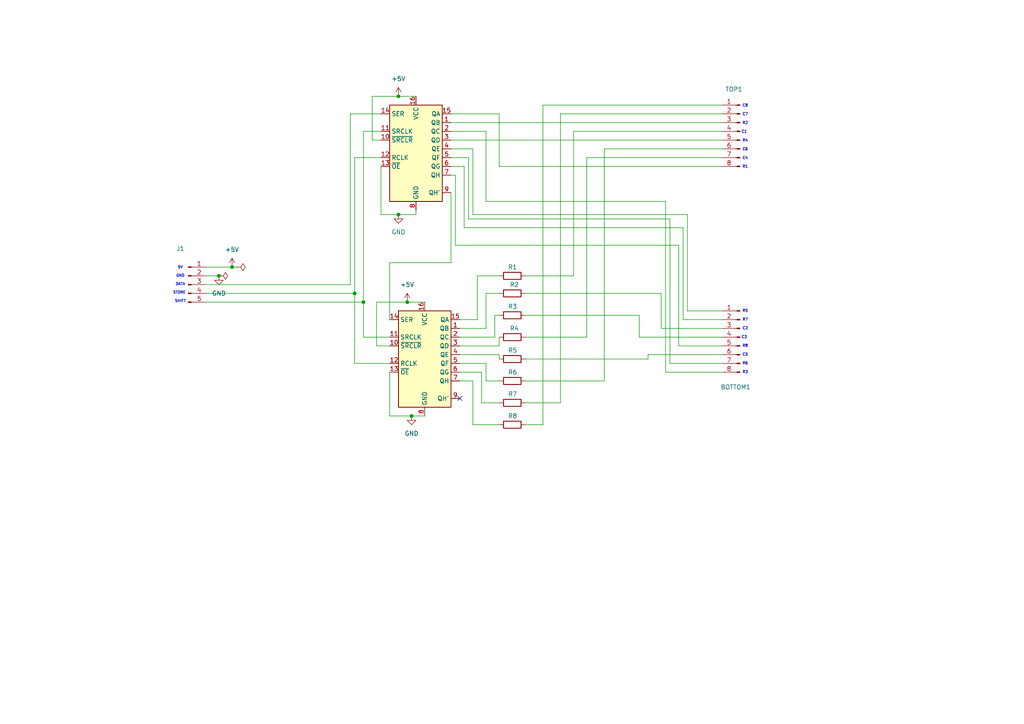
<source format=kicad_sch>
(kicad_sch (version 20231120) (generator "eeschema") (generator_version "8.0")
  (paper "A4")
  (lib_symbols
    (symbol "74xx:74HC595"
      (property "Reference" "U" (at -7.62 13.97 0))
      (property "Value" "74HC595" (at -7.62 -16.51 0))
      (symbol "74HC595_1_0"
        (pin tri_state line (at 10.16 7.62 180) (length 2.54) (name "QB") (number "1"))
        (pin input line (at -10.16 2.54 0) (length 2.54) (name "~{SRCLR}") (number "10"))
        (pin input line (at -10.16 5.08 0) (length 2.54) (name "SRCLK") (number "11"))
        (pin input line (at -10.16 -2.54 0) (length 2.54) (name "RCLK") (number "12"))
        (pin input line (at -10.16 -5.08 0) (length 2.54) (name "~{OE}") (number "13"))
        (pin input line (at -10.16 10.16 0) (length 2.54) (name "SER") (number "14"))
        (pin tri_state line (at 10.16 10.16 180) (length 2.54) (name "QA") (number "15"))
        (pin power_in line (at 0 15.24 270) (length 2.54) (name "VCC") (number "16"))
        (pin tri_state line (at 10.16 5.08 180) (length 2.54) (name "QC") (number "2"))
        (pin tri_state line (at 10.16 2.54 180) (length 2.54) (name "QD") (number "3"))
        (pin tri_state line (at 10.16 0 180) (length 2.54) (name "QE") (number "4"))
        (pin tri_state line (at 10.16 -2.54 180) (length 2.54) (name "QF") (number "5"))
        (pin tri_state line (at 10.16 -5.08 180) (length 2.54) (name "QG") (number "6"))
        (pin tri_state line (at 10.16 -7.62 180) (length 2.54) (name "QH") (number "7"))
        (pin power_in line (at 0 -17.78 90) (length 2.54) (name "GND") (number "8"))
        (pin output line (at 10.16 -12.7 180) (length 2.54) (name "QH'") (number "9"))
      )
      (symbol "74HC595_1_1"
        (rectangle (start -7.62 12.7) (end 7.62 -15.24) (stroke (width 0.254)) (fill (type background)))
      )
    )
    (symbol "Connector:Conn_01x05_Pin" (pin_names (offset 1.016) hide)
      (property "Reference" "J" (at 0 7.62 0))
      (property "Value" "Conn_01x05_Pin" (at 0 -7.62 0))
      (symbol "Conn_01x05_Pin_1_1"
        (polyline (pts (xy 1.27 -5.08) (xy 0.8636 -5.08)) (stroke (width 0.1524)))
        (polyline (pts (xy 1.27 -2.54) (xy 0.8636 -2.54)) (stroke (width 0.1524)))
        (polyline (pts (xy 1.27 0) (xy 0.8636 0)) (stroke (width 0.1524)))
        (polyline (pts (xy 1.27 2.54) (xy 0.8636 2.54)) (stroke (width 0.1524)))
        (polyline (pts (xy 1.27 5.08) (xy 0.8636 5.08)) (stroke (width 0.1524)))
        (rectangle (start 0.8636 -4.953) (end 0 -5.207) (stroke (width 0.1524)) (fill (type outline)))
        (rectangle (start 0.8636 -2.413) (end 0 -2.667) (stroke (width 0.1524)) (fill (type outline)))
        (rectangle (start 0.8636 0.127) (end 0 -0.127) (stroke (width 0.1524)) (fill (type outline)))
        (rectangle (start 0.8636 2.667) (end 0 2.413) (stroke (width 0.1524)) (fill (type outline)))
        (rectangle (start 0.8636 5.207) (end 0 4.953) (stroke (width 0.1524)) (fill (type outline)))
        (pin passive line (at 5.08 5.08 180) (length 3.81) (name "Pin_1") (number "1"))
        (pin passive line (at 5.08 2.54 180) (length 3.81) (name "Pin_2") (number "2"))
        (pin passive line (at 5.08 0 180) (length 3.81) (name "Pin_3") (number "3"))
        (pin passive line (at 5.08 -2.54 180) (length 3.81) (name "Pin_4") (number "4"))
        (pin passive line (at 5.08 -5.08 180) (length 3.81) (name "Pin_5") (number "5"))
      )
    )
    (symbol "Connector:Conn_01x08_Pin" (pin_names (offset 1.016) hide)
      (property "Reference" "J" (at 0 10.16 0))
      (property "Value" "Conn_01x08_Pin" (at 0 -12.7 0))
      (symbol "Conn_01x08_Pin_1_1"
        (polyline (pts (xy 1.27 -10.16) (xy 0.8636 -10.16)) (stroke (width 0.1524)))
        (polyline (pts (xy 1.27 -7.62) (xy 0.8636 -7.62)) (stroke (width 0.1524)))
        (polyline (pts (xy 1.27 -5.08) (xy 0.8636 -5.08)) (stroke (width 0.1524)))
        (polyline (pts (xy 1.27 -2.54) (xy 0.8636 -2.54)) (stroke (width 0.1524)))
        (polyline (pts (xy 1.27 0) (xy 0.8636 0)) (stroke (width 0.1524)))
        (polyline (pts (xy 1.27 2.54) (xy 0.8636 2.54)) (stroke (width 0.1524)))
        (polyline (pts (xy 1.27 5.08) (xy 0.8636 5.08)) (stroke (width 0.1524)))
        (polyline (pts (xy 1.27 7.62) (xy 0.8636 7.62)) (stroke (width 0.1524)))
        (rectangle (start 0.8636 -10.033) (end 0 -10.287) (stroke (width 0.1524)) (fill (type outline)))
        (rectangle (start 0.8636 -7.493) (end 0 -7.747) (stroke (width 0.1524)) (fill (type outline)))
        (rectangle (start 0.8636 -4.953) (end 0 -5.207) (stroke (width 0.1524)) (fill (type outline)))
        (rectangle (start 0.8636 -2.413) (end 0 -2.667) (stroke (width 0.1524)) (fill (type outline)))
        (rectangle (start 0.8636 0.127) (end 0 -0.127) (stroke (width 0.1524)) (fill (type outline)))
        (rectangle (start 0.8636 2.667) (end 0 2.413) (stroke (width 0.1524)) (fill (type outline)))
        (rectangle (start 0.8636 5.207) (end 0 4.953) (stroke (width 0.1524)) (fill (type outline)))
        (rectangle (start 0.8636 7.747) (end 0 7.493) (stroke (width 0.1524)) (fill (type outline)))
        (pin passive line (at 5.08 7.62 180) (length 3.81) (name "Pin_1") (number "1"))
        (pin passive line (at 5.08 5.08 180) (length 3.81) (name "Pin_2") (number "2"))
        (pin passive line (at 5.08 2.54 180) (length 3.81) (name "Pin_3") (number "3"))
        (pin passive line (at 5.08 0 180) (length 3.81) (name "Pin_4") (number "4"))
        (pin passive line (at 5.08 -2.54 180) (length 3.81) (name "Pin_5") (number "5"))
        (pin passive line (at 5.08 -5.08 180) (length 3.81) (name "Pin_6") (number "6"))
        (pin passive line (at 5.08 -7.62 180) (length 3.81) (name "Pin_7") (number "7"))
        (pin passive line (at 5.08 -10.16 180) (length 3.81) (name "Pin_8") (number "8"))
      )
    )
    (symbol "Device:R" (pin_numbers hide) (pin_names (offset 0))
      (property "Reference" "R" (at 2.032 0 90))
      (property "Value" "R" (at 0 0 90))
      (symbol "R_0_1"
        (rectangle (start -1.016 -2.54) (end 1.016 2.54) (stroke (width 0.254)))
      )
      (symbol "R_1_1"
        (pin passive line (at 0 3.81 270) (length 1.27) (name "~") (number "1"))
        (pin passive line (at 0 -3.81 90) (length 1.27) (name "~") (number "2"))
      )
    )
    (symbol "power:+5V" (power) (pin_numbers hide) (pin_names (offset 0) hide)
      (property "Value" "+5V" (at 0 3.556 0))
      (symbol "+5V_0_1"
        (polyline (pts (xy -0.762 1.27) (xy 0 2.54)))
        (polyline (pts (xy 0 0) (xy 0 2.54)))
        (polyline (pts (xy 0 2.54) (xy 0.762 1.27)))
      )
      (symbol "+5V_1_1"
        (pin power_in line (at 0 0 90) (length 0) (name "~") (number "1"))
      )
    )
    (symbol "power:GND" (power) (pin_numbers hide) (pin_names (offset 0) hide)
      (property "Value" "GND" (at 0 -3.81 0))
      (symbol "GND_0_1"
        (polyline (pts (xy 0 0) (xy 0 -1.27) (xy 1.27 -1.27) (xy 0 -2.54) (xy -1.27 -1.27) (xy 0 -1.27)))
      )
      (symbol "GND_1_1"
        (pin power_in line (at 0 0 270) (length 0) (name "~") (number "1"))
      )
    )
    (symbol "power:PWR_FLAG" (power) (pin_numbers hide) (pin_names (offset 0) hide)
      (property "Value" "PWR_FLAG" (at 0 3.81 0))
      (symbol "PWR_FLAG_0_0"
        (pin power_out line (at 0 0 90) (length 0) (name "~") (number "1"))
      )
      (symbol "PWR_FLAG_0_1"
        (polyline (pts (xy 0 0) (xy 0 1.27) (xy -1.016 1.905) (xy 0 2.54) (xy 1.016 1.905) (xy 0 1.27)))
      )
    )
  )
  (junction (at 102.87 85.09))
  (junction (at 67.31 77.47))
  (junction (at 115.57 62.23))
  (junction (at 118.11 87.63))
  (junction (at 105.41 87.63))
  (junction (at 63.5 80.01))
  (junction (at 115.57 27.94))
  (junction (at 119.38 120.65))
  (no_connect (at 133.35 115.57))
  (wire (pts (xy 162.56 116.84) (xy 152.4 116.84)))
  (wire (pts (xy 166.37 38.1) (xy 166.37 80.01)))
  (wire (pts (xy 110.49 62.23) (xy 115.57 62.23)))
  (wire (pts (xy 140.97 38.1) (xy 130.81 38.1)))
  (wire (pts (xy 132.08 50.8) (xy 130.81 50.8)))
  (wire (pts (xy 199.39 62.23) (xy 199.39 90.17)))
  (wire (pts (xy 193.04 107.95) (xy 193.04 58.42)))
  (wire (pts (xy 209.55 92.71) (xy 198.12 92.71)))
  (wire (pts (xy 196.85 71.12) (xy 132.08 71.12)))
  (wire (pts (xy 130.81 43.18) (xy 137.16 43.18)))
  (wire (pts (xy 67.31 77.47) (xy 59.69 77.47)))
  (wire (pts (xy 134.62 48.26) (xy 130.81 48.26)))
  (wire (pts (xy 135.89 63.5) (xy 194.31 63.5)))
  (wire (pts (xy 138.43 80.01) (xy 144.78 80.01)))
  (wire (pts (xy 144.78 100.33) (xy 144.78 97.79)))
  (wire (pts (xy 209.55 30.48) (xy 157.48 30.48)))
  (wire (pts (xy 119.38 120.65) (xy 123.19 120.65)))
  (wire (pts (xy 137.16 62.23) (xy 199.39 62.23)))
  (wire (pts (xy 133.35 107.95) (xy 139.7 107.95)))
  (wire (pts (xy 209.55 102.87) (xy 187.96 102.87)))
  (wire (pts (xy 144.78 33.02) (xy 144.78 48.26)))
  (wire (pts (xy 175.26 110.49) (xy 152.4 110.49)))
  (wire (pts (xy 193.04 58.42) (xy 140.97 58.42)))
  (wire (pts (xy 133.35 100.33) (xy 144.78 100.33)))
  (wire (pts (xy 130.81 40.64) (xy 209.55 40.64)))
  (wire (pts (xy 162.56 33.02) (xy 162.56 116.84)))
  (wire (pts (xy 137.16 123.19) (xy 144.78 123.19)))
  (wire (pts (xy 115.57 62.23) (xy 120.65 62.23)))
  (wire (pts (xy 170.18 45.72) (xy 170.18 97.79)))
  (wire (pts (xy 59.69 87.63) (xy 105.41 87.63)))
  (wire (pts (xy 140.97 85.09) (xy 144.78 85.09)))
  (wire (pts (xy 133.35 102.87) (xy 144.78 102.87)))
  (wire (pts (xy 185.42 91.44) (xy 152.4 91.44)))
  (wire (pts (xy 144.78 48.26) (xy 209.55 48.26)))
  (wire (pts (xy 137.16 110.49) (xy 137.16 123.19)))
  (wire (pts (xy 133.35 97.79) (xy 143.51 97.79)))
  (wire (pts (xy 59.69 82.55) (xy 101.6 82.55)))
  (wire (pts (xy 138.43 92.71) (xy 138.43 80.01)))
  (wire (pts (xy 101.6 33.02) (xy 110.49 33.02)))
  (wire (pts (xy 144.78 110.49) (xy 140.97 110.49)))
  (wire (pts (xy 187.96 104.14) (xy 152.4 104.14)))
  (wire (pts (xy 143.51 91.44) (xy 144.78 91.44)))
  (wire (pts (xy 185.42 97.79) (xy 185.42 91.44)))
  (wire (pts (xy 102.87 105.41) (xy 102.87 85.09)))
  (wire (pts (xy 209.55 38.1) (xy 166.37 38.1)))
  (wire (pts (xy 113.03 76.2) (xy 113.03 92.71)))
  (wire (pts (xy 187.96 102.87) (xy 187.96 104.14)))
  (wire (pts (xy 130.81 55.88) (xy 130.81 76.2)))
  (wire (pts (xy 209.55 45.72) (xy 170.18 45.72)))
  (wire (pts (xy 110.49 38.1) (xy 105.41 38.1)))
  (wire (pts (xy 144.78 104.14) (xy 144.78 102.87)))
  (wire (pts (xy 198.12 66.04) (xy 134.62 66.04)))
  (wire (pts (xy 113.03 105.41) (xy 102.87 105.41)))
  (wire (pts (xy 135.89 45.72) (xy 135.89 63.5)))
  (wire (pts (xy 109.22 100.33) (xy 109.22 87.63)))
  (wire (pts (xy 196.85 100.33) (xy 196.85 71.12)))
  (wire (pts (xy 134.62 66.04) (xy 134.62 48.26)))
  (wire (pts (xy 166.37 80.01) (xy 152.4 80.01)))
  (wire (pts (xy 175.26 43.18) (xy 175.26 110.49)))
  (wire (pts (xy 113.03 120.65) (xy 119.38 120.65)))
  (wire (pts (xy 107.95 40.64) (xy 107.95 27.94)))
  (wire (pts (xy 209.55 100.33) (xy 196.85 100.33)))
  (wire (pts (xy 133.35 95.25) (xy 140.97 95.25)))
  (wire (pts (xy 140.97 95.25) (xy 140.97 85.09)))
  (wire (pts (xy 194.31 105.41) (xy 209.55 105.41)))
  (wire (pts (xy 110.49 48.26) (xy 110.49 62.23)))
  (wire (pts (xy 102.87 45.72) (xy 102.87 85.09)))
  (wire (pts (xy 130.81 35.56) (xy 209.55 35.56)))
  (wire (pts (xy 139.7 107.95) (xy 139.7 116.84)))
  (wire (pts (xy 130.81 45.72) (xy 135.89 45.72)))
  (wire (pts (xy 105.41 87.63) (xy 105.41 97.79)))
  (wire (pts (xy 209.55 43.18) (xy 175.26 43.18)))
  (wire (pts (xy 63.5 80.01) (xy 59.69 80.01)))
  (wire (pts (xy 137.16 43.18) (xy 137.16 62.23)))
  (wire (pts (xy 191.77 85.09) (xy 152.4 85.09)))
  (wire (pts (xy 199.39 90.17) (xy 209.55 90.17)))
  (wire (pts (xy 157.48 30.48) (xy 157.48 123.19)))
  (wire (pts (xy 102.87 85.09) (xy 59.69 85.09)))
  (wire (pts (xy 68.58 77.47) (xy 67.31 77.47)))
  (wire (pts (xy 157.48 123.19) (xy 152.4 123.19)))
  (wire (pts (xy 132.08 71.12) (xy 132.08 50.8)))
  (wire (pts (xy 107.95 40.64) (xy 110.49 40.64)))
  (wire (pts (xy 209.55 95.25) (xy 191.77 95.25)))
  (wire (pts (xy 133.35 110.49) (xy 137.16 110.49)))
  (wire (pts (xy 140.97 110.49) (xy 140.97 105.41)))
  (wire (pts (xy 140.97 58.42) (xy 140.97 38.1)))
  (wire (pts (xy 105.41 97.79) (xy 113.03 97.79)))
  (wire (pts (xy 209.55 97.79) (xy 185.42 97.79)))
  (wire (pts (xy 109.22 87.63) (xy 118.11 87.63)))
  (wire (pts (xy 198.12 92.71) (xy 198.12 66.04)))
  (wire (pts (xy 120.65 60.96) (xy 120.65 62.23)))
  (wire (pts (xy 107.95 27.94) (xy 115.57 27.94)))
  (wire (pts (xy 130.81 76.2) (xy 113.03 76.2)))
  (wire (pts (xy 130.81 33.02) (xy 144.78 33.02)))
  (wire (pts (xy 113.03 100.33) (xy 109.22 100.33)))
  (wire (pts (xy 143.51 91.44) (xy 143.51 97.79)))
  (wire (pts (xy 105.41 38.1) (xy 105.41 87.63)))
  (wire (pts (xy 138.43 92.71) (xy 133.35 92.71)))
  (wire (pts (xy 170.18 97.79) (xy 152.4 97.79)))
  (wire (pts (xy 115.57 27.94) (xy 120.65 27.94)))
  (wire (pts (xy 113.03 107.95) (xy 113.03 120.65)))
  (wire (pts (xy 209.55 33.02) (xy 162.56 33.02)))
  (wire (pts (xy 118.11 87.63) (xy 123.19 87.63)))
  (wire (pts (xy 209.55 107.95) (xy 193.04 107.95)))
  (wire (pts (xy 191.77 95.25) (xy 191.77 85.09)))
  (wire (pts (xy 194.31 63.5) (xy 194.31 105.41)))
  (wire (pts (xy 101.6 82.55) (xy 101.6 33.02)))
  (wire (pts (xy 110.49 45.72) (xy 102.87 45.72)))
  (wire (pts (xy 139.7 116.84) (xy 144.78 116.84)))
  (wire (pts (xy 140.97 105.41) (xy 133.35 105.41)))
  (text "5V\n\nGND\n\nDATA\n\nSTORE \n\nSHIFT\n" (at 52.324 82.55 0) (effects (font (size 0.762 0.762))))
  (text "C8\n\nC7\n\nR2\n\nC1 \n\nR4\n\nC6\n\nC4\n\nR1\n" (at 216.154 39.624 0) (effects (font (size 0.7874 0.7874))))
  (text "R5\n\nR7\n\nC2\n\nC3 \n\nR8\n\nC5\n\nR6\n\nR3\n\n" (at 216.154 99.822 0) (effects (font (size 0.7874 0.7874))))
  (symbol (lib_id "Device:R") (at 148.59 104.14 270) (mirror x) (unit 1)
    (property "Reference" "R5" (at 147.32 101.6 90) (effects (justify left)))
    (property "Value" "R" (effects (hide yes)))
    (property "Footprint" "Resistor_THT:R_Axial_DIN0207_L6.3mm_D2.5mm_P7.62mm_Horizontal" (effects (hide yes)))
    (property "Description" "Resistor" (effects (hide yes)))
  )
  (symbol (lib_id "power:+5V") (at 115.57 27.94 0) (unit 1)
    (property "Reference" "#PWR06" (effects (hide yes)))
    (property "Value" "+5V" (at 115.57 22.86 0))
    (property "Description" "Power symbol creates a global label with name \"+5V\"" (effects (hide yes)))
  )
  (symbol (lib_id "Device:R") (at 148.59 85.09 270) (mirror x) (unit 1)
    (property "Reference" "R2" (at 147.828 82.55 90) (effects (justify left)))
    (property "Value" "R" (effects (hide yes)))
    (property "Footprint" "Resistor_THT:R_Axial_DIN0207_L6.3mm_D2.5mm_P7.62mm_Horizontal" (effects (hide yes)))
    (property "Description" "Resistor" (effects (hide yes)))
  )
  (symbol (lib_id "Connector:Conn_01x08_Pin") (at 214.63 97.79 0) (mirror y) (unit 1)
    (property "Reference" "BOTTOM1" (at 213.36 112.268 0))
    (property "Value" "Conn_01x08_Pin" (effects (hide yes)))
    (property "Footprint" "Connector_PinHeader_2.54mm:PinHeader_1x08_P2.54mm_Vertical" (effects (hide yes)))
    (property "Description" "Generic connector, single row, 01x08, script generated" (effects (hide yes)))
  )
  (symbol (lib_id "74xx:74HC595") (at 120.65 43.18 0) (unit 1)
    (property "Reference" "Rows1" (effects (hide yes)))
    (property "Value" "74HC595" (effects (hide yes)))
    (property "Footprint" "Package_DIP:DIP-16_W7.62mm_LongPads" (effects (hide yes)))
    (property "Datasheet" "http://www.ti.com/lit/ds/symlink/sn74hc595.pdf" (effects (hide yes)))
    (property "Description" "8-bit serial in/out Shift Register 3-State Outputs" (effects (hide yes)))
  )
  (symbol (lib_id "Device:R") (at 148.59 110.49 270) (mirror x) (unit 1)
    (property "Reference" "R6" (at 147.32 107.95 90) (effects (justify left)))
    (property "Value" "R" (effects (hide yes)))
    (property "Footprint" "Resistor_THT:R_Axial_DIN0207_L6.3mm_D2.5mm_P7.62mm_Horizontal" (effects (hide yes)))
    (property "Description" "Resistor" (effects (hide yes)))
  )
  (symbol (lib_id "Device:R") (at 148.59 80.01 270) (mirror x) (unit 1)
    (property "Reference" "R1" (at 147.32 77.47 90) (effects (justify left)))
    (property "Value" "R" (effects (hide yes)))
    (property "Footprint" "Resistor_THT:R_Axial_DIN0207_L6.3mm_D2.5mm_P7.62mm_Horizontal" (effects (hide yes)))
    (property "Description" "Resistor" (effects (hide yes)))
  )
  (symbol (lib_id "74xx:74HC595") (at 123.19 102.87 0) (unit 1)
    (property "Reference" "Columns1" (effects (hide yes)))
    (property "Value" "74HC595" (effects (hide yes)))
    (property "Footprint" "Package_DIP:DIP-16_W7.62mm_LongPads" (effects (hide yes)))
    (property "Datasheet" "http://www.ti.com/lit/ds/symlink/sn74hc595.pdf" (effects (hide yes)))
    (property "Description" "8-bit serial in/out Shift Register 3-State Outputs" (effects (hide yes)))
  )
  (symbol (lib_id "Device:R") (at 148.59 116.84 270) (mirror x) (unit 1)
    (property "Reference" "R7" (at 147.32 114.3 90) (effects (justify left)))
    (property "Value" "R" (effects (hide yes)))
    (property "Footprint" "Resistor_THT:R_Axial_DIN0207_L6.3mm_D2.5mm_P7.62mm_Horizontal" (effects (hide yes)))
    (property "Description" "Resistor" (effects (hide yes)))
  )
  (symbol (lib_id "Device:R") (at 148.59 97.79 270) (mirror x) (unit 1)
    (property "Reference" "R4" (at 147.828 95.25 90) (effects (justify left)))
    (property "Value" "R" (effects (hide yes)))
    (property "Footprint" "Resistor_THT:R_Axial_DIN0207_L6.3mm_D2.5mm_P7.62mm_Horizontal" (effects (hide yes)))
    (property "Description" "Resistor" (effects (hide yes)))
  )
  (symbol (lib_id "power:GND") (at 63.5 80.01 0) (unit 1)
    (property "Reference" "#PWR04" (effects (hide yes)))
    (property "Value" "GND" (at 63.5 85.09 0))
    (property "Description" "Power symbol creates a global label with name \"GND\" , ground" (effects (hide yes)))
  )
  (symbol (lib_id "power:GND") (at 115.57 62.23 0) (unit 1)
    (property "Reference" "#PWR02" (effects (hide yes)))
    (property "Value" "GND" (at 115.57 67.31 0))
    (property "Description" "Power symbol creates a global label with name \"GND\" , ground" (effects (hide yes)))
  )
  (symbol (lib_id "power:+5V") (at 118.11 87.63 0) (unit 1)
    (property "Reference" "#PWR05" (effects (hide yes)))
    (property "Value" "+5V" (at 118.11 82.55 0))
    (property "Description" "Power symbol creates a global label with name \"+5V\"" (effects (hide yes)))
  )
  (symbol (lib_id "Device:R") (at 148.59 91.44 270) (mirror x) (unit 1)
    (property "Reference" "R3" (at 147.32 88.9 90) (effects (justify left)))
    (property "Value" "R" (effects (hide yes)))
    (property "Footprint" "Resistor_THT:R_Axial_DIN0207_L6.3mm_D2.5mm_P7.62mm_Horizontal" (effects (hide yes)))
    (property "Description" "Resistor" (effects (hide yes)))
  )
  (symbol (lib_id "Connector:Conn_01x05_Pin") (at 54.61 82.55 0) (unit 1)
    (property "Reference" "J1" (at 52.324 72.136 0))
    (property "Value" "Conn_01x05_Pin" (effects (hide yes)))
    (property "Footprint" "Connector_PinHeader_2.54mm:PinHeader_1x05_P2.54mm_Vertical" (effects (hide yes)))
    (property "Description" "Generic connector, single row, 01x05, script generated" (effects (hide yes)))
  )
  (symbol (lib_id "power:+5V") (at 67.31 77.47 0) (unit 1)
    (property "Reference" "#PWR03" (effects (hide yes)))
    (property "Value" "+5V" (at 67.31 72.39 0))
    (property "Description" "Power symbol creates a global label with name \"+5V\"" (effects (hide yes)))
  )
  (symbol (lib_id "Device:R") (at 148.59 123.19 270) (mirror x) (unit 1)
    (property "Reference" "R8" (at 147.32 120.65 90) (effects (justify left)))
    (property "Value" "R" (effects (hide yes)))
    (property "Footprint" "Resistor_THT:R_Axial_DIN0207_L6.3mm_D2.5mm_P7.62mm_Horizontal" (effects (hide yes)))
    (property "Description" "Resistor" (effects (hide yes)))
  )
  (symbol (lib_id "power:PWR_FLAG") (at 63.5 80.01 270) (unit 1)
    (property "Reference" "#FLG02" (effects (hide yes)))
    (property "Value" "PWR_FLAG" (effects (hide yes)))
    (property "Description" "Special symbol for telling ERC where power comes from" (effects (hide yes)))
  )
  (symbol (lib_id "power:GND") (at 119.38 120.65 0) (unit 1)
    (property "Reference" "#PWR01" (effects (hide yes)))
    (property "Value" "GND" (at 119.38 125.73 0))
    (property "Description" "Power symbol creates a global label with name \"GND\" , ground" (effects (hide yes)))
  )
  (symbol (lib_id "Connector:Conn_01x08_Pin") (at 214.63 38.1 0) (mirror y) (unit 1)
    (property "Reference" "TOP1" (at 212.852 25.908 0))
    (property "Value" "Conn_01x08_Pin" (effects (hide yes)))
    (property "Footprint" "Connector_PinHeader_2.54mm:PinHeader_1x08_P2.54mm_Vertical" (effects (hide yes)))
    (property "Description" "Generic connector, single row, 01x08, script generated" (effects (hide yes)))
  )
  (symbol (lib_id "power:PWR_FLAG") (at 68.58 77.47 270) (unit 1)
    (property "Reference" "#FLG01" (effects (hide yes)))
    (property "Value" "PWR_FLAG" (effects (hide yes)))
    (property "Description" "Special symbol for telling ERC where power comes from" (effects (hide yes)))
  )
)
</source>
